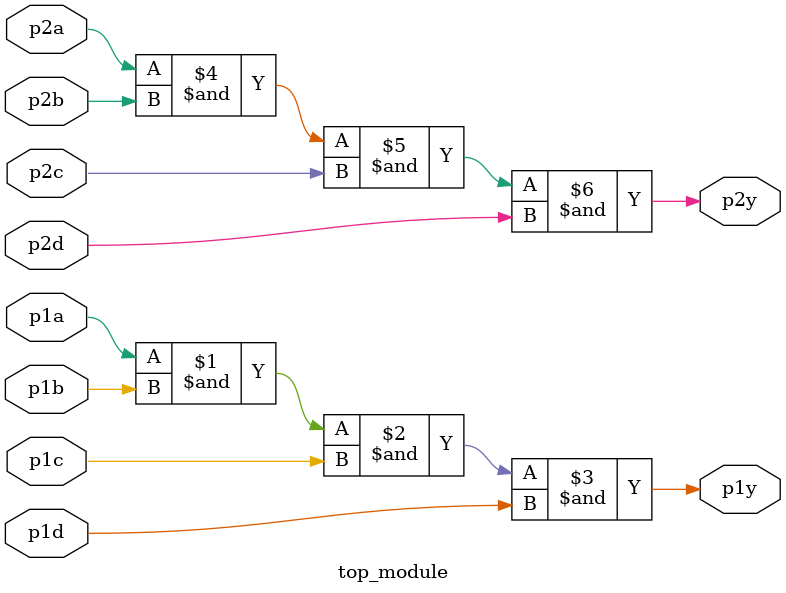
<source format=v>
module top_module ( 
    input p1a, p1b, p1c, p1d,
    output p1y,
    input p2a, p2b, p2c, p2d,
    output p2y );
	assign p1y = p1a & p1b & p1c & p1d;
    assign p2y = p2a & p2b & p2c & p2d;

endmodule

</source>
